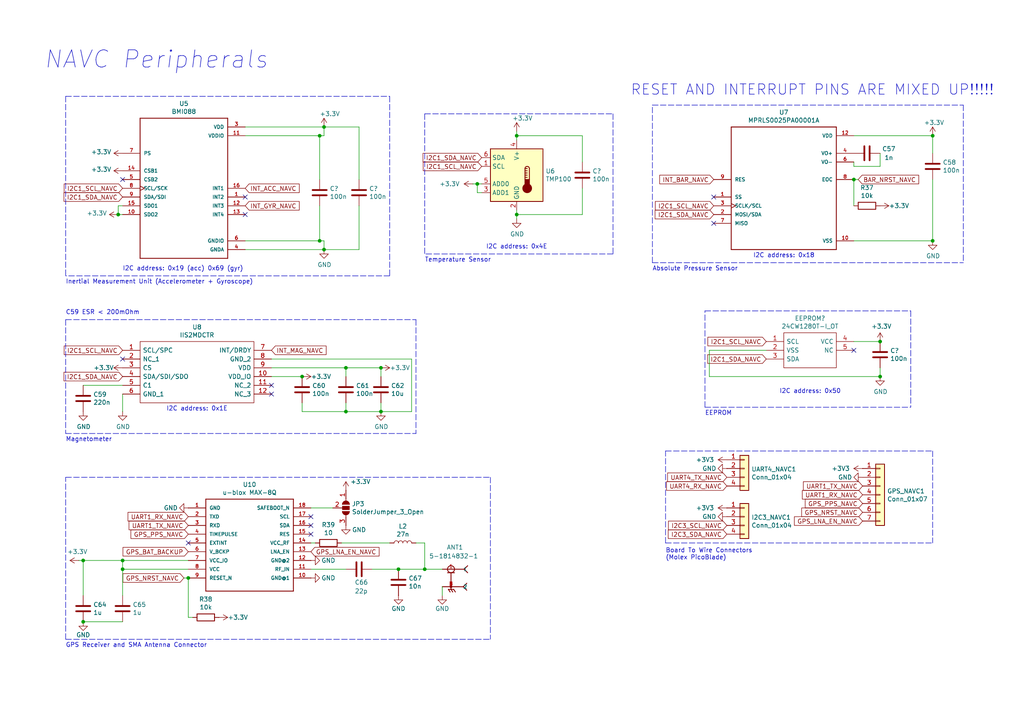
<source format=kicad_sch>
(kicad_sch (version 20250114) (generator "eeschema") (generator_version "9.0")
  (paper "A4")
  (title_block (title "NAVC Peripherals") (date "2019-10-27") (rev "0.1"))
  (lib_symbols
    (symbol "24CW1280T-I_OT:24CW1280T-I_OT" (pin_names (offset 0.762))
      (property "Reference" "IC" (at 21.59 7.62 0))
      (property "Value" "24CW1280T-I_OT" (at 21.59 5.08 0))
      (symbol "24CW1280T-I_OT_0_0"
        (pin bidirectional line (at 0 0 0) (length 5.08) (name "SCL") (number "1"))
        (pin bidirectional line (at 0 -2.54 0) (length 5.08) (name "VSS") (number "2"))
        (pin bidirectional line (at 0 -5.08 0) (length 5.08) (name "SDA") (number "3"))
        (pin bidirectional line (at 25.4 0 180) (length 5.08) (name "VCC") (number "4"))
        (pin bidirectional line (at 25.4 -2.54 180) (length 5.08) (name "NC") (number "5"))
      )
    )
    (symbol "5-1814832-1:5-1814832-1" (pin_names (offset 1.016))
      (property "Reference" "J" (at -3.81 4.064 0))
      (property "Value" "5-1814832-1" (at -4.318 -5.588 0))
      (symbol "5-1814832-1_0_0"
        (pin passive line (at 2.54 2.54 180) (length 5.08) (name "1") (number "1"))
        (pin passive line (at 2.54 -2.54 180) (length 5.08) (name "2") (number "2"))
        (pin passive line (at 2.54 -2.54 180) (length 5.08) (name "2") (number "3"))
        (pin passive line (at 2.54 -2.54 180) (length 5.08) (name "2") (number "4"))
        (pin passive line (at 2.54 -2.54 180) (length 5.08) (name "2") (number "5"))
      )
    )
    (symbol "5-1814832-1_1" (pin_names (offset 1.016))
      (property "Reference" "J" (at -3.81 4.064 0))
      (property "Value" "5-1814832-1" (at -4.318 -5.588 0))
      (symbol "5-1814832-1_1_0_0"
        (pin passive line (at 2.54 2.54 180) (length 5.08) (name "1") (number "1"))
        (pin passive line (at 2.54 -2.54 180) (length 5.08) (name "2") (number "2"))
        (pin passive line (at 2.54 -2.54 180) (length 5.08) (name "2") (number "3"))
        (pin passive line (at 2.54 -2.54 180) (length 5.08) (name "2") (number "4"))
        (pin passive line (at 2.54 -2.54 180) (length 5.08) (name "2") (number "5"))
      )
    )
    (symbol "BMI088:BMI088" (pin_names (offset 1.016))
      (property "Reference" "U" (at -12.7 20.955 0))
      (property "Value" "BMI088" (at -12.7 -22.86 0))
      (symbol "BMI088_0_0"
        (pin input line (at -17.78 10.16 0) (length 5.08) (name "PS") (number "7"))
        (pin input line (at -17.78 5.08 0) (length 5.08) (name "CSB1") (number "14"))
        (pin input line (at -17.78 2.54 0) (length 5.08) (name "CSB2") (number "5"))
        (pin input clock (at -17.78 0 0) (length 5.08) (name "SCL/SCK") (number "8"))
        (pin bidirectional line (at -17.78 -2.54 0) (length 5.08) (name "SDA/SDI") (number "9"))
        (pin output line (at -17.78 -5.08 0) (length 5.08) (name "SDO1") (number "15"))
        (pin output line (at -17.78 -7.62 0) (length 5.08) (name "SDO2") (number "10"))
        (pin power_in line (at 17.78 17.78 180) (length 5.08) (name "VDD") (number "3"))
        (pin power_in line (at 17.78 15.24 180) (length 5.08) (name "VDDIO") (number "11"))
        (pin bidirectional line (at 17.78 0 180) (length 5.08) (name "INT1") (number "16"))
        (pin bidirectional line (at 17.78 -2.54 180) (length 5.08) (name "INT2") (number "1"))
        (pin bidirectional line (at 17.78 -5.08 180) (length 5.08) (name "INT3") (number "12"))
        (pin bidirectional line (at 17.78 -7.62 180) (length 5.08) (name "INT4") (number "13"))
        (pin power_in line (at 17.78 -15.24 180) (length 5.08) (name "GNDIO") (number "6"))
        (pin power_in line (at 17.78 -17.78 180) (length 5.08) (name "GNDA") (number "4"))
      )
    )
    (symbol "BMI088_1" (pin_names (offset 1.016))
      (property "Reference" "U" (at -12.7 20.955 0))
      (property "Value" "BMI088" (at -12.7 -22.86 0))
      (symbol "BMI088_1_0_0"
        (pin input line (at -17.78 10.16 0) (length 5.08) (name "PS") (number "7"))
        (pin input line (at -17.78 5.08 0) (length 5.08) (name "CSB1") (number "14"))
        (pin input line (at -17.78 2.54 0) (length 5.08) (name "CSB2") (number "5"))
        (pin input clock (at -17.78 0 0) (length 5.08) (name "SCL/SCK") (number "8"))
        (pin bidirectional line (at -17.78 -2.54 0) (length 5.08) (name "SDA/SDI") (number "9"))
        (pin output line (at -17.78 -5.08 0) (length 5.08) (name "SDO1") (number "15"))
        (pin output line (at -17.78 -7.62 0) (length 5.08) (name "SDO2") (number "10"))
        (pin power_in line (at 17.78 17.78 180) (length 5.08) (name "VDD") (number "3"))
        (pin power_in line (at 17.78 15.24 180) (length 5.08) (name "VDDIO") (number "11"))
        (pin bidirectional line (at 17.78 0 180) (length 5.08) (name "INT1") (number "16"))
        (pin bidirectional line (at 17.78 -2.54 180) (length 5.08) (name "INT2") (number "1"))
        (pin bidirectional line (at 17.78 -5.08 180) (length 5.08) (name "INT3") (number "12"))
        (pin bidirectional line (at 17.78 -7.62 180) (length 5.08) (name "INT4") (number "13"))
        (pin power_in line (at 17.78 -15.24 180) (length 5.08) (name "GNDIO") (number "6"))
        (pin power_in line (at 17.78 -17.78 180) (length 5.08) (name "GNDA") (number "4"))
      )
    )
    (symbol "Connector_Generic:Conn_01x04" (pin_names (offset 1.016) (hide yes))
      (property "Reference" "J" (at 0 5.08 0))
      (property "Value" "Conn_01x04" (at 0 -7.62 0))
      (symbol "Conn_01x04_1_1"
        (pin passive line (at -5.08 2.54 0) (length 3.81) (name "Pin_1") (number "1"))
        (pin passive line (at -5.08 0 0) (length 3.81) (name "Pin_2") (number "2"))
        (pin passive line (at -5.08 -2.54 0) (length 3.81) (name "Pin_3") (number "3"))
        (pin passive line (at -5.08 -5.08 0) (length 3.81) (name "Pin_4") (number "4"))
      )
    )
    (symbol "Connector_Generic:Conn_01x07" (pin_names (offset 1.016) (hide yes))
      (property "Reference" "J" (at 0 10.16 0))
      (property "Value" "Conn_01x07" (at 0 -10.16 0))
      (symbol "Conn_01x07_1_1"
        (pin passive line (at -5.08 7.62 0) (length 3.81) (name "Pin_1") (number "1"))
        (pin passive line (at -5.08 5.08 0) (length 3.81) (name "Pin_2") (number "2"))
        (pin passive line (at -5.08 2.54 0) (length 3.81) (name "Pin_3") (number "3"))
        (pin passive line (at -5.08 0 0) (length 3.81) (name "Pin_4") (number "4"))
        (pin passive line (at -5.08 -2.54 0) (length 3.81) (name "Pin_5") (number "5"))
        (pin passive line (at -5.08 -5.08 0) (length 3.81) (name "Pin_6") (number "6"))
        (pin passive line (at -5.08 -7.62 0) (length 3.81) (name "Pin_7") (number "7"))
      )
    )
    (symbol "Device:C" (pin_numbers (hide yes)) (pin_names (offset 0.254))
      (property "Reference" "C" (at 0.635 2.54 0))
      (property "Value" "C" (at 0.635 -2.54 0))
      (symbol "C_1_1"
        (pin passive line (at 0 3.81 270) (length 2.794) (name "~") (number "1"))
        (pin passive line (at 0 -3.81 90) (length 2.794) (name "~") (number "2"))
      )
    )
    (symbol "Device:L" (pin_numbers (hide yes)) (pin_names (offset 1.016) (hide yes))
      (property "Reference" "L" (at -1.27 0 90))
      (property "Value" "L" (at 1.905 0 90))
      (symbol "L_1_1"
        (pin passive line (at 0 3.81 270) (length 1.27) (name "1") (number "1"))
        (pin passive line (at 0 -3.81 90) (length 1.27) (name "2") (number "2"))
      )
    )
    (symbol "Device:R" (pin_numbers (hide yes)) (pin_names (offset 0))
      (property "Reference" "R" (at 2.032 0 90))
      (property "Value" "R" (at 0 0 90))
      (symbol "R_1_1"
        (pin passive line (at 0 3.81 270) (length 1.27) (name "~") (number "1"))
        (pin passive line (at 0 -3.81 90) (length 1.27) (name "~") (number "2"))
      )
    )
    (symbol "IIS2MDCTR:IIS2MDCTR" (pin_names (offset 0.762))
      (property "Reference" "IC" (at 39.37 7.62 0))
      (property "Value" "IIS2MDCTR" (at 39.37 5.08 0))
      (symbol "IIS2MDCTR_0_0"
        (pin bidirectional line (at 0 0 0) (length 5.08) (name "SCL/SPC") (number "1"))
        (pin bidirectional line (at 0 -2.54 0) (length 5.08) (name "NC_1") (number "2"))
        (pin bidirectional line (at 0 -5.08 0) (length 5.08) (name "CS") (number "3"))
        (pin bidirectional line (at 0 -7.62 0) (length 5.08) (name "SDA/SDI/SDO") (number "4"))
        (pin bidirectional line (at 0 -10.16 0) (length 5.08) (name "C1") (number "5"))
        (pin bidirectional line (at 0 -12.7 0) (length 5.08) (name "GND_1") (number "6"))
        (pin bidirectional line (at 43.18 0 180) (length 5.08) (name "INT/DRDY") (number "7"))
        (pin bidirectional line (at 43.18 -2.54 180) (length 5.08) (name "GND_2") (number "8"))
        (pin bidirectional line (at 43.18 -5.08 180) (length 5.08) (name "VDD") (number "9"))
        (pin bidirectional line (at 43.18 -7.62 180) (length 5.08) (name "VDD_IO") (number "10"))
        (pin bidirectional line (at 43.18 -10.16 180) (length 5.08) (name "NC_2") (number "11"))
        (pin bidirectional line (at 43.18 -12.7 180) (length 5.08) (name "NC_3") (number "12"))
      )
    )
    (symbol "Jumper:SolderJumper_3_Open" (pin_names (offset 0) (hide yes)) (exclude_from_sim yes) (in_bom no)
      (property "Reference" "JP" (at -2.54 -2.54 0))
      (property "Value" "SolderJumper_3_Open" (at 0 2.794 0))
      (symbol "SolderJumper_3_Open_1_1"
        (pin passive line (at -5.08 0 0) (length 2.54) (name "A") (number "1"))
        (pin passive line (at 0 -3.81 90) (length 2.54) (name "C") (number "2"))
        (pin passive line (at 5.08 0 180) (length 2.54) (name "B") (number "3"))
      )
    )
    (symbol "MODULE-GPS-SMD-MAX-7Q-0(18P-9.6X10MM)_1" (pin_names (offset 1.016))
      (property "Reference" "GPS" (at -8.89 16.5354 0))
      (property "Value" "MODULE-GPS-SMD-MAX-7Q-0(18P-9.6X10MM)" (at -8.89 13.9954 0))
      (symbol "MODULE-GPS-SMD-MAX-7Q-0(18P-9.6X10MM)_1_0_0"
        (pin power_in line (at -17.78 10.16 0) (length 5.08) (name "GND") (number "1"))
        (pin output line (at -17.78 7.62 0) (length 5.08) (name "TXD") (number "2"))
        (pin input line (at -17.78 5.08 0) (length 5.08) (name "RXD") (number "3"))
        (pin output line (at -17.78 2.54 0) (length 5.08) (name "TIMEPULSE") (number "4"))
        (pin input line (at -17.78 0 0) (length 5.08) (name "EXTINT") (number "5"))
        (pin power_in line (at -17.78 -2.54 0) (length 5.08) (name "V_BCKP") (number "6"))
        (pin power_in line (at -17.78 -5.08 0) (length 5.08) (name "VCC_IO") (number "7"))
        (pin power_in line (at -17.78 -7.62 0) (length 5.08) (name "VCC") (number "8"))
        (pin input line (at -17.78 -10.16 0) (length 5.08) (name "RESET_N") (number "9"))
        (pin input line (at 17.78 10.16 180) (length 5.08) (name "SAFEBOOT_N") (number "18"))
        (pin bidirectional line (at 17.78 7.62 180) (length 5.08) (name "SCL") (number "17"))
        (pin bidirectional line (at 17.78 5.08 180) (length 5.08) (name "SDA") (number "16"))
        (pin bidirectional line (at 17.78 2.54 180) (length 5.08) (name "RES") (number "15"))
        (pin bidirectional line (at 17.78 0 180) (length 5.08) (name "VCC_RF") (number "14"))
        (pin input line (at 17.78 -2.54 180) (length 5.08) (name "LNA_EN") (number "13"))
        (pin bidirectional line (at 17.78 -5.08 180) (length 5.08) (name "GND@2") (number "12"))
        (pin input line (at 17.78 -7.62 180) (length 5.08) (name "RF_IN") (number "11"))
        (pin bidirectional line (at 17.78 -10.16 180) (length 5.08) (name "GND@1") (number "10"))
      )
    )
    (symbol "MODULE-GPS-SMD-MAX-7Q-0_18P-9.6X10MM_:MODULE-GPS-SMD-MAX-7Q-0(18P-9.6X10MM)" (pin_names (offset 1.016))
      (property "Reference" "GPS" (at -8.89 16.5354 0))
      (property "Value" "MODULE-GPS-SMD-MAX-7Q-0(18P-9.6X10MM)" (at -8.89 13.9954 0))
      (symbol "MODULE-GPS-SMD-MAX-7Q-0(18P-9.6X10MM)_0_0"
        (pin power_in line (at -17.78 10.16 0) (length 5.08) (name "GND") (number "1"))
        (pin output line (at -17.78 7.62 0) (length 5.08) (name "TXD") (number "2"))
        (pin input line (at -17.78 5.08 0) (length 5.08) (name "RXD") (number "3"))
        (pin output line (at -17.78 2.54 0) (length 5.08) (name "TIMEPULSE") (number "4"))
        (pin input line (at -17.78 0 0) (length 5.08) (name "EXTINT") (number "5"))
        (pin power_in line (at -17.78 -2.54 0) (length 5.08) (name "V_BCKP") (number "6"))
        (pin power_in line (at -17.78 -5.08 0) (length 5.08) (name "VCC_IO") (number "7"))
        (pin power_in line (at -17.78 -7.62 0) (length 5.08) (name "VCC") (number "8"))
        (pin input line (at -17.78 -10.16 0) (length 5.08) (name "RESET_N") (number "9"))
        (pin input line (at 17.78 10.16 180) (length 5.08) (name "SAFEBOOT_N") (number "18"))
        (pin bidirectional line (at 17.78 7.62 180) (length 5.08) (name "SCL") (number "17"))
        (pin bidirectional line (at 17.78 5.08 180) (length 5.08) (name "SDA") (number "16"))
        (pin bidirectional line (at 17.78 2.54 180) (length 5.08) (name "RES") (number "15"))
        (pin bidirectional line (at 17.78 0 180) (length 5.08) (name "VCC_RF") (number "14"))
        (pin input line (at 17.78 -2.54 180) (length 5.08) (name "LNA_EN") (number "13"))
        (pin bidirectional line (at 17.78 -5.08 180) (length 5.08) (name "GND@2") (number "12"))
        (pin input line (at 17.78 -7.62 180) (length 5.08) (name "RF_IN") (number "11"))
        (pin bidirectional line (at 17.78 -10.16 180) (length 5.08) (name "GND@1") (number "10"))
      )
    )
    (symbol "MPRLS0025PA00001A:MPRLS0025PA00001A" (pin_names (offset 1.016))
      (property "Reference" "U" (at -15.2654 17.8054 0))
      (property "Value" "MPRLS0025PA00001A" (at -15.24 -20.3454 0))
      (symbol "MPRLS0025PA00001A_0_0"
        (pin input line (at -20.32 2.54 0) (length 5.08) (name "RES") (number "9"))
        (pin input line (at -20.32 -2.54 0) (length 5.08) (name "SS") (number "1"))
        (pin input clock (at -20.32 -5.08 0) (length 5.08) (name "SCLK/SCL") (number "3"))
        (pin bidirectional line (at -20.32 -7.62 0) (length 5.08) (name "MOSI/SDA") (number "2"))
        (pin output line (at -20.32 -10.16 0) (length 5.08) (name "MISO") (number "7"))
        (pin power_in line (at 20.32 15.24 180) (length 5.08) (name "VDD") (number "12"))
        (pin output line (at 20.32 10.16 180) (length 5.08) (name "VO+") (number "4"))
        (pin output line (at 20.32 7.62 180) (length 5.08) (name "VO-") (number "6"))
        (pin output line (at 20.32 2.54 180) (length 5.08) (name "EOC") (number "8"))
        (pin power_in line (at 20.32 -15.24 180) (length 5.08) (name "VSS") (number "10"))
      )
    )
    (symbol "MPRLS0025PA00001A_1" (pin_names (offset 1.016))
      (property "Reference" "U" (at -15.2654 17.8054 0))
      (property "Value" "MPRLS0025PA00001A" (at -15.24 -20.3454 0))
      (symbol "MPRLS0025PA00001A_1_0_0"
        (pin input line (at -20.32 2.54 0) (length 5.08) (name "RES") (number "9"))
        (pin input line (at -20.32 -2.54 0) (length 5.08) (name "SS") (number "1"))
        (pin input clock (at -20.32 -5.08 0) (length 5.08) (name "SCLK/SCL") (number "3"))
        (pin bidirectional line (at -20.32 -7.62 0) (length 5.08) (name "MOSI/SDA") (number "2"))
        (pin output line (at -20.32 -10.16 0) (length 5.08) (name "MISO") (number "7"))
        (pin power_in line (at 20.32 15.24 180) (length 5.08) (name "VDD") (number "12"))
        (pin output line (at 20.32 10.16 180) (length 5.08) (name "VO+") (number "4"))
        (pin output line (at 20.32 7.62 180) (length 5.08) (name "VO-") (number "6"))
        (pin output line (at 20.32 2.54 180) (length 5.08) (name "EOC") (number "8"))
        (pin power_in line (at 20.32 -15.24 180) (length 5.08) (name "VSS") (number "10"))
      )
    )
    (symbol "Sensor_Temperature:TMP100"
      (property "Reference" "U" (at 10.16 6.35 0))
      (property "Value" "TMP100" (at 12.7 3.81 0))
      (symbol "TMP100_1_1"
        (pin bidirectional line (at -10.16 5.08 0) (length 2.54) (name "SDA") (number "6"))
        (pin input line (at -10.16 2.54 0) (length 2.54) (name "SCL") (number "1"))
        (pin input line (at -10.16 -2.54 0) (length 2.54) (name "ADD0") (number "5"))
        (pin input line (at -10.16 -5.08 0) (length 2.54) (name "ADD1") (number "3"))
        (pin power_in line (at 0 10.16 270) (length 2.54) (name "V+") (number "4"))
        (pin power_in line (at 0 -10.16 90) (length 2.54) (name "GND") (number "2"))
      )
    )
    (symbol "power:+3.3V" (power) (pin_numbers (hide yes)) (pin_names (offset 0) (hide yes))
      (property "Value" "+3.3V" (at 0 3.556 0))
      (symbol "+3.3V_1_1"
        (pin power_in line (at 0 0 90) (length 0) (name "~") (number "1"))
      )
    )
    (symbol "power:+3V3" (power) (pin_numbers (hide yes)) (pin_names (offset 0) (hide yes))
      (property "Value" "+3V3" (at 0 3.556 0))
      (symbol "+3V3_1_1"
        (pin power_in line (at 0 0 90) (length 0) (name "~") (number "1"))
      )
    )
    (symbol "power:GND" (power) (pin_numbers (hide yes)) (pin_names (offset 0) (hide yes))
      (property "Value" "GND" (at 0 -3.81 0))
      (symbol "GND_1_1"
        (pin power_in line (at 0 0 270) (length 0) (name "~") (number "1"))
      )
    )
  )
  (text "Board To Wire Connectors\n(Molex PicoBlade)" (at 193.04 162.56 0) (effects (font (size 1.27 1.27)) (justify left bottom)))
  (text "Inertial Measurement Unit (Accelerometer + Gyroscope)" (at 19.05 82.55 0) (effects (font (size 1.27 1.27)) (justify left bottom)))
  (text "C59 ESR < 200mOhm" (at 19.05 91.44 0) (effects (font (size 1.27 1.27)) (justify left bottom)))
  (text "I2C address: 0x1E" (at 48.26 119.38 0) (effects (font (size 1.27 1.27)) (justify left bottom)))
  (text "NAVC Peripherals" (at 12.7 20.32 0) (effects (font (size 5.0038 5.0038) (italic yes)) (justify left bottom)))
  (text "I2C address: 0x18" (at 218.44 74.93 0) (effects (font (size 1.27 1.27)) (justify left bottom)))
  (text "EEPROM" (at 204.47 120.65 0) (effects (font (size 1.27 1.27)) (justify left bottom)))
  (text "Temperature Sensor" (at 123.19 76.2 0) (effects (font (size 1.27 1.27)) (justify left bottom)))
  (text "I2C address: 0x19 (acc) 0x69 (gyr)" (at 35.56 78.74 0) (effects (font (size 1.27 1.27)) (justify left bottom)))
  (text "GPS Receiver and SMA Antenna Connector" (at 19.05 187.96 0) (effects (font (size 1.27 1.27)) (justify left bottom)))
  (text "I2C address: 0x4E" (at 140.97 72.39 0) (effects (font (size 1.27 1.27)) (justify left bottom)))
  (text "RESET AND INTERRUPT PINS ARE MIXED UP!!!!!" (at 182.88 27.94 0) (effects (font (size 2.9972 2.9972)) (justify left bottom)))
  (text "Magnetometer" (at 19.05 128.27 0) (effects (font (size 1.27 1.27)) (justify left bottom)))
  (text "Absolute Pressure Sensor" (at 189.23 78.74 0) (effects (font (size 1.27 1.27)) (justify left bottom)))
  (text "I2C address: 0x50" (at 226.06 114.3 0) (effects (font (size 1.27 1.27)) (justify left bottom)))
  (junction (at 100.33 119.38))
  (junction (at 255.27 99.06))
  (junction (at 270.51 39.37))
  (junction (at 24.13 180.34))
  (junction (at 149.86 62.23))
  (junction (at 247.65 52.07))
  (junction (at 35.56 165.1))
  (junction (at 54.61 167.64))
  (junction (at 138.43 53.34))
  (junction (at 149.86 39.37))
  (junction (at 123.19 165.1))
  (junction (at 110.49 119.38))
  (junction (at 87.63 109.22))
  (junction (at 100.33 106.68))
  (junction (at 270.51 69.85))
  (junction (at 24.13 162.56))
  (junction (at 115.57 165.1))
  (junction (at 92.71 39.37))
  (junction (at 93.98 36.83))
  (junction (at 93.98 72.39))
  (junction (at 110.49 106.68))
  (junction (at 35.56 162.56))
  (junction (at 34.29 62.23))
  (junction (at 255.27 109.22))
  (junction (at 92.71 69.85))
  (no_connect (at 207.01 57.15))
  (no_connect (at 71.12 57.15))
  (no_connect (at 78.74 114.3))
  (no_connect (at 71.12 62.23))
  (no_connect (at 90.17 152.4))
  (no_connect (at 35.56 52.07))
  (no_connect (at 247.65 101.6))
  (no_connect (at 35.56 104.14))
  (no_connect (at 207.01 64.77))
  (no_connect (at 54.61 157.48))
  (no_connect (at 90.17 149.86))
  (no_connect (at 90.17 154.94))
  (no_connect (at 78.74 111.76))
  (wire (pts (xy 115.57 165.1) (xy 123.19 165.1)))
  (wire (pts (xy 205.74 109.22) (xy 255.27 109.22)))
  (wire (pts (xy 104.14 72.39) (xy 93.98 72.39)))
  (wire (pts (xy 247.65 69.85) (xy 270.51 69.85)))
  (wire (pts (xy 100.33 109.22) (xy 100.33 106.68)))
  (wire (pts (xy 110.49 109.22) (xy 110.49 106.68)))
  (polyline (pts (xy 113.03 80.01) (xy 19.05 80.01)) (stroke (width 0) (type dash)))
  (wire (pts (xy 24.13 162.56) (xy 35.56 162.56)))
  (wire (pts (xy 87.63 116.84) (xy 87.63 119.38)))
  (wire (pts (xy 138.43 55.88) (xy 138.43 53.34)))
  (wire (pts (xy 92.71 69.85) (xy 93.98 69.85)))
  (wire (pts (xy 168.91 39.37) (xy 149.86 39.37)))
  (wire (pts (xy 90.17 147.32) (xy 96.52 147.32)))
  (wire (pts (xy 247.65 99.06) (xy 255.27 99.06)))
  (wire (pts (xy 78.74 104.14) (xy 119.38 104.14)))
  (wire (pts (xy 149.86 62.23) (xy 149.86 60.96)))
  (polyline (pts (xy 204.47 118.11) (xy 264.16 118.11)) (stroke (width 0) (type dash)))
  (wire (pts (xy 87.63 109.22) (xy 78.74 109.22)))
  (wire (pts (xy 71.12 39.37) (xy 92.71 39.37)))
  (polyline (pts (xy 177.8 33.02) (xy 177.8 73.66)) (stroke (width 0) (type dash)))
  (wire (pts (xy 35.56 162.56) (xy 54.61 162.56)))
  (polyline (pts (xy 189.23 76.2) (xy 279.4 76.2)) (stroke (width 0) (type dash)))
  (wire (pts (xy 71.12 36.83) (xy 93.98 36.83)))
  (polyline (pts (xy 19.05 27.94) (xy 113.03 27.94)) (stroke (width 0) (type dash)))
  (wire (pts (xy 270.51 39.37) (xy 247.65 39.37)))
  (wire (pts (xy 149.86 39.37) (xy 149.86 40.64)))
  (wire (pts (xy 35.56 165.1) (xy 54.61 165.1)))
  (wire (pts (xy 100.33 106.68) (xy 78.74 106.68)))
  (wire (pts (xy 247.65 59.69) (xy 247.65 52.07)))
  (wire (pts (xy 93.98 69.85) (xy 93.98 72.39)))
  (wire (pts (xy 104.14 52.07) (xy 104.14 36.83)))
  (wire (pts (xy 255.27 48.26) (xy 255.27 44.45)))
  (wire (pts (xy 92.71 39.37) (xy 93.98 39.37)))
  (wire (pts (xy 71.12 69.85) (xy 92.71 69.85)))
  (wire (pts (xy 35.56 165.1) (xy 35.56 162.56)))
  (wire (pts (xy 205.74 101.6) (xy 222.25 101.6)))
  (polyline (pts (xy 120.65 92.71) (xy 120.65 125.73)) (stroke (width 0) (type dash)))
  (wire (pts (xy 128.27 172.72) (xy 128.27 170.18)))
  (wire (pts (xy 128.27 165.1) (xy 123.19 165.1)))
  (polyline (pts (xy 113.03 27.94) (xy 113.03 80.01)) (stroke (width 0) (type dash)))
  (polyline (pts (xy 204.47 90.17) (xy 264.16 90.17)) (stroke (width 0) (type dash)))
  (polyline (pts (xy 19.05 185.42) (xy 19.05 138.43)) (stroke (width 0) (type dash)))
  (wire (pts (xy 110.49 119.38) (xy 110.49 116.84)))
  (wire (pts (xy 104.14 59.69) (xy 104.14 72.39)))
  (wire (pts (xy 270.51 52.07) (xy 270.51 69.85)))
  (polyline (pts (xy 270.51 130.81) (xy 270.51 157.48)) (stroke (width 0) (type dash)))
  (polyline (pts (xy 19.05 92.71) (xy 120.65 92.71)) (stroke (width 0) (type dash)))
  (polyline (pts (xy 193.04 130.81) (xy 270.51 130.81)) (stroke (width 0) (type dash)))
  (wire (pts (xy 247.65 48.26) (xy 255.27 48.26)))
  (wire (pts (xy 168.91 54.61) (xy 168.91 62.23)))
  (polyline (pts (xy 19.05 27.94) (xy 19.05 80.01)) (stroke (width 0) (type dash)))
  (wire (pts (xy 99.06 157.48) (xy 113.03 157.48)))
  (wire (pts (xy 91.44 157.48) (xy 90.17 157.48)))
  (wire (pts (xy 149.86 63.5) (xy 149.86 62.23)))
  (wire (pts (xy 168.91 46.99) (xy 168.91 39.37)))
  (wire (pts (xy 247.65 52.07) (xy 248.92 52.07)))
  (polyline (pts (xy 204.47 118.11) (xy 204.47 90.17)) (stroke (width 0) (type dash)))
  (polyline (pts (xy 193.04 157.48) (xy 270.51 157.48)) (stroke (width 0) (type dash)))
  (polyline (pts (xy 264.16 90.17) (xy 264.16 118.11)) (stroke (width 0) (type dash)))
  (wire (pts (xy 87.63 119.38) (xy 100.33 119.38)))
  (wire (pts (xy 110.49 106.68) (xy 100.33 106.68)))
  (wire (pts (xy 247.65 46.99) (xy 247.65 48.26)))
  (wire (pts (xy 205.74 109.22) (xy 205.74 101.6)))
  (polyline (pts (xy 19.05 92.71) (xy 19.05 125.73)) (stroke (width 0) (type dash)))
  (wire (pts (xy 92.71 59.69) (xy 92.71 69.85)))
  (wire (pts (xy 24.13 172.72) (xy 24.13 162.56)))
  (wire (pts (xy 71.12 72.39) (xy 93.98 72.39)))
  (wire (pts (xy 255.27 109.22) (xy 255.27 106.68)))
  (wire (pts (xy 92.71 52.07) (xy 92.71 39.37)))
  (wire (pts (xy 100.33 116.84) (xy 100.33 119.38)))
  (wire (pts (xy 137.16 53.34) (xy 138.43 53.34)))
  (wire (pts (xy 54.61 179.07) (xy 54.61 167.64)))
  (wire (pts (xy 34.29 59.69) (xy 35.56 59.69)))
  (wire (pts (xy 100.33 119.38) (xy 110.49 119.38)))
  (wire (pts (xy 22.86 162.56) (xy 24.13 162.56)))
  (wire (pts (xy 149.86 38.1) (xy 149.86 39.37)))
  (polyline (pts (xy 123.19 33.02) (xy 123.19 73.66)) (stroke (width 0) (type dash)))
  (wire (pts (xy 168.91 62.23) (xy 149.86 62.23)))
  (wire (pts (xy 100.33 165.1) (xy 90.17 165.1)))
  (wire (pts (xy 104.14 36.83) (xy 93.98 36.83)))
  (polyline (pts (xy 189.23 76.2) (xy 189.23 30.48)) (stroke (width 0) (type dash)))
  (wire (pts (xy 24.13 180.34) (xy 35.56 180.34)))
  (wire (pts (xy 138.43 53.34) (xy 139.7 53.34)))
  (wire (pts (xy 123.19 157.48) (xy 123.19 165.1)))
  (wire (pts (xy 54.61 179.07) (xy 55.88 179.07)))
  (polyline (pts (xy 142.24 138.43) (xy 142.24 185.42)) (stroke (width 0) (type dash)))
  (polyline (pts (xy 189.23 30.48) (xy 279.4 30.48)) (stroke (width 0) (type dash)))
  (polyline (pts (xy 279.4 30.48) (xy 279.4 76.2)) (stroke (width 0) (type dash)))
  (polyline (pts (xy 193.04 157.48) (xy 193.04 130.81)) (stroke (width 0) (type dash)))
  (wire (pts (xy 35.56 119.38) (xy 35.56 114.3)))
  (wire (pts (xy 93.98 39.37) (xy 93.98 36.83)))
  (wire (pts (xy 54.61 167.64) (xy 53.34 167.64)))
  (wire (pts (xy 139.7 55.88) (xy 138.43 55.88)))
  (polyline (pts (xy 19.05 185.42) (xy 142.24 185.42)) (stroke (width 0) (type dash)))
  (wire (pts (xy 120.65 157.48) (xy 123.19 157.48)))
  (wire (pts (xy 110.49 119.38) (xy 119.38 119.38)))
  (polyline (pts (xy 19.05 138.43) (xy 142.24 138.43)) (stroke (width 0) (type dash)))
  (wire (pts (xy 24.13 111.76) (xy 35.56 111.76)))
  (wire (pts (xy 34.29 62.23) (xy 35.56 62.23)))
  (wire (pts (xy 107.95 165.1) (xy 115.57 165.1)))
  (wire (pts (xy 34.29 59.69) (xy 34.29 62.23)))
  (polyline (pts (xy 177.8 73.66) (xy 123.19 73.66)) (stroke (width 0) (type dash)))
  (polyline (pts (xy 123.19 33.02) (xy 177.8 33.02)) (stroke (width 0) (type dash)))
  (wire (pts (xy 270.51 44.45) (xy 270.51 39.37)))
  (polyline (pts (xy 19.05 125.73) (xy 120.65 125.73)) (stroke (width 0) (type dash)))
  (wire (pts (xy 35.56 165.1) (xy 35.56 172.72)))
  (wire (pts (xy 119.38 104.14) (xy 119.38 119.38)))
  (global_label "GPS_PPS_NAVC" (shape input) (at 54.61 154.94 180) (property "Intersheetrefs" "${INTERSHEET_REFS}" (effects (hide yes))))
  (global_label "I2C3_SDA_NAVC" (shape input) (at 210.82 154.94 180) (property "Intersheetrefs" "${INTERSHEET_REFS}" (effects (hide yes))))
  (global_label "INT_ACC_NAVC" (shape input) (at 71.12 54.61 0) (property "Intersheetrefs" "${INTERSHEET_REFS}" (effects (hide yes))))
  (global_label "UART4_RX_NAVC" (shape input) (at 210.82 140.97 180) (property "Intersheetrefs" "${INTERSHEET_REFS}" (effects (hide yes))))
  (global_label "I2C1_SCL_NAVC" (shape input) (at 139.7 48.26 180) (property "Intersheetrefs" "${INTERSHEET_REFS}" (effects (hide yes))))
  (global_label "I2C1_SCL_NAVC" (shape input) (at 222.25 99.06 180) (property "Intersheetrefs" "${INTERSHEET_REFS}" (effects (hide yes))))
  (global_label "BAR_NRST_NAVC" (shape input) (at 248.92 52.07 0) (property "Intersheetrefs" "${INTERSHEET_REFS}" (effects (hide yes))))
  (global_label "UART1_RX_NAVC" (shape input) (at 54.61 149.86 180) (property "Intersheetrefs" "${INTERSHEET_REFS}" (effects (hide yes))))
  (global_label "INT_GYR_NAVC" (shape input) (at 71.12 59.69 0) (property "Intersheetrefs" "${INTERSHEET_REFS}" (effects (hide yes))))
  (global_label "I2C1_SDA_NAVC" (shape input) (at 35.56 57.15 180) (property "Intersheetrefs" "${INTERSHEET_REFS}" (effects (hide yes))))
  (global_label "I2C1_SCL_NAVC" (shape input) (at 207.01 59.69 180) (property "Intersheetrefs" "${INTERSHEET_REFS}" (effects (hide yes))))
  (global_label "UART4_TX_NAVC" (shape input) (at 210.82 138.43 180) (property "Intersheetrefs" "${INTERSHEET_REFS}" (effects (hide yes))))
  (global_label "UART1_TX_NAVC" (shape input) (at 250.19 140.97 180) (property "Intersheetrefs" "${INTERSHEET_REFS}" (effects (hide yes))))
  (global_label "GPS_NRST_NAVC" (shape input) (at 250.19 148.59 180) (property "Intersheetrefs" "${INTERSHEET_REFS}" (effects (hide yes))))
  (global_label "GPS_LNA_EN_NAVC" (shape input) (at 250.19 151.13 180) (property "Intersheetrefs" "${INTERSHEET_REFS}" (effects (hide yes))))
  (global_label "I2C1_SDA_NAVC" (shape input) (at 35.56 109.22 180) (property "Intersheetrefs" "${INTERSHEET_REFS}" (effects (hide yes))))
  (global_label "INT_BAR_NAVC" (shape input) (at 207.01 52.07 180) (property "Intersheetrefs" "${INTERSHEET_REFS}" (effects (hide yes))))
  (global_label "UART1_TX_NAVC" (shape input) (at 54.61 152.4 180) (property "Intersheetrefs" "${INTERSHEET_REFS}" (effects (hide yes))))
  (global_label "GPS_LNA_EN_NAVC" (shape input) (at 90.17 160.02 0) (property "Intersheetrefs" "${INTERSHEET_REFS}" (effects (hide yes))))
  (global_label "UART1_RX_NAVC" (shape input) (at 250.19 143.51 180) (property "Intersheetrefs" "${INTERSHEET_REFS}" (effects (hide yes))))
  (global_label "I2C1_SDA_NAVC" (shape input) (at 222.25 104.14 180) (property "Intersheetrefs" "${INTERSHEET_REFS}" (effects (hide yes))))
  (global_label "GPS_BAT_BACKUP" (shape input) (at 54.61 160.02 180) (property "Intersheetrefs" "${INTERSHEET_REFS}" (effects (hide yes))))
  (global_label "GPS_PPS_NAVC" (shape input) (at 250.19 146.05 180) (property "Intersheetrefs" "${INTERSHEET_REFS}" (effects (hide yes))))
  (global_label "GPS_NRST_NAVC" (shape input) (at 53.34 167.64 180) (property "Intersheetrefs" "${INTERSHEET_REFS}" (effects (hide yes))))
  (global_label "I2C1_SDA_NAVC" (shape input) (at 207.01 62.23 180) (property "Intersheetrefs" "${INTERSHEET_REFS}" (effects (hide yes))))
  (global_label "I2C3_SCL_NAVC" (shape input) (at 210.82 152.4 180) (property "Intersheetrefs" "${INTERSHEET_REFS}" (effects (hide yes))))
  (global_label "INT_MAG_NAVC" (shape input) (at 78.74 101.6 0) (property "Intersheetrefs" "${INTERSHEET_REFS}" (effects (hide yes))))
  (global_label "I2C1_SCL_NAVC" (shape input) (at 35.56 54.61 180) (property "Intersheetrefs" "${INTERSHEET_REFS}" (effects (hide yes))))
  (global_label "I2C1_SCL_NAVC" (shape input) (at 35.56 101.6 180) (property "Intersheetrefs" "${INTERSHEET_REFS}" (effects (hide yes))))
  (global_label "I2C1_SDA_NAVC" (shape input) (at 139.7 45.72 180) (property "Intersheetrefs" "${INTERSHEET_REFS}" (effects (hide yes))))
  (symbol (lib_id "power:GND") (at 93.98 72.39 0) (unit 1)
    (property "Reference" "#PWR0138" (effects (hide yes)))
    (property "Value" "GND" (at 94.107 76.7842 0))
    (instances (project "" (path "" (reference "#PWR?") (unit 1)) (path "" (reference "#PWR0138") (unit 1))))
  )
  (symbol (lib_id "power:+3.3V") (at 93.98 36.83 0) (unit 1)
    (property "Reference" "#PWR0137" (effects (hide yes)))
    (property "Value" "+3.3V" (at 92.71 33.02 0) (effects (justify left)))
    (instances (project "" (path "" (reference "#PWR?") (unit 1)) (path "" (reference "#PWR0137") (unit 1))))
  )
  (symbol (lib_id "Device:C") (at 92.71 55.88 0) (unit 1)
    (property "Reference" "C54" (at 95.631 54.7116 0) (effects (justify left)))
    (property "Value" "100n" (at 95.631 57.023 0) (effects (justify left)))
    (property "Footprint" "Capacitor_SMD:C_0402_1005Metric" (effects (hide yes)))
    (instances (project "" (path "" (reference "C?") (unit 1)) (path "" (reference "C54") (unit 1))))
  )
  (symbol (lib_id "power:+3.3V") (at 35.56 44.45 90) (unit 1)
    (property "Reference" "#PWR0127" (effects (hide yes)))
    (property "Value" "+3.3V" (at 32.3088 44.069 90) (effects (justify left)))
    (instances (project "" (path "" (reference "#PWR?") (unit 1)) (path "" (reference "#PWR0127") (unit 1))))
  )
  (symbol (lib_id "power:+3.3V") (at 35.56 49.53 90) (unit 1)
    (property "Reference" "#PWR0128" (effects (hide yes)))
    (property "Value" "+3.3V" (at 32.3088 49.149 90) (effects (justify left)))
    (instances (project "" (path "" (reference "#PWR?") (unit 1)) (path "" (reference "#PWR0128") (unit 1))))
  )
  (symbol (lib_id "power:+3.3V") (at 34.29 62.23 90) (unit 1)
    (property "Reference" "#PWR0126" (effects (hide yes)))
    (property "Value" "+3.3V" (at 31.0388 61.849 90) (effects (justify left)))
    (instances (project "" (path "" (reference "#PWR?") (unit 1)) (path "" (reference "#PWR0126") (unit 1))))
  )
  (symbol (lib_id "Device:C") (at 104.14 55.88 0) (unit 1)
    (property "Reference" "C55" (at 107.061 54.7116 0) (effects (justify left)))
    (property "Value" "100n" (at 107.061 57.023 0) (effects (justify left)))
    (property "Footprint" "Capacitor_SMD:C_0402_1005Metric" (effects (hide yes)))
    (instances (project "" (path "" (reference "C?") (unit 1)) (path "" (reference "C55") (unit 1))))
  )
  (symbol (lib_id "Device:C") (at 104.14 165.1 270) (unit 1)
    (property "Reference" "C66" (at 102.87 168.91 90) (effects (justify left)))
    (property "Value" "22p" (at 102.87 171.45 90) (effects (justify left)))
    (property "Footprint" "Capacitor_SMD:C_0402_1005Metric" (effects (hide yes)))
  )
  (symbol (lib_id "power:GND") (at 24.13 119.38 0) (unit 1)
    (property "Reference" "#PWR0124" (effects (hide yes)))
    (property "Value" "GND" (at 24.257 123.7742 0))
    (instances (project "" (path "" (reference "#PWR?") (unit 1)) (path "" (reference "#PWR0124") (unit 1))))
  )
  (symbol (lib_id "IIS2MDCTR:IIS2MDCTR") (at 35.56 101.6 0) (unit 1)
    (property "Reference" "U8" (at 57.15 94.869 0))
    (property "Value" "IIS2MDCTR" (at 57.15 97.1804 0))
    (property "Footprint" "IIS2MDCTR:IIS2MDCTR" (effects (hide yes)))
    (property "Datasheet" "https://www.st.com/resource/en/datasheet/iis2mdc.pdf" (effects (hide yes)))
    (property "Description" "STMICROELECTRONICS - IIS2MDCTR - MEMS MODULE, 3-AXIS MAGNETOMETER, LGA-12" (effects (hide yes)))
    (property "Height" "0.7" (effects (hide yes)))
    (property "Manufacturer_Name" "STMicroelectronics" (effects (hide yes)))
    (property "Manufacturer_Part_Number" "IIS2MDCTR" (effects (hide yes)))
    (property "Mouser Part Number" "511-IIS2MDCTR" (effects (hide yes)))
    (property "Mouser Price/Stock" "https://www.mouser.com/Search/Refine.aspx?Keyword=511-IIS2MDCTR" (effects (hide yes)))
  )
  (symbol (lib_name "BMI088_1") (lib_id "BMI088:BMI088") (at 53.34 54.61 0) (unit 1)
    (property "Reference" "U5" (at 53.34 30.0482 0))
    (property "Value" "BMI088" (at 53.34 32.3596 0))
    (property "Footprint" "BMI088:PQFN50P450X300X100-16N" (effects (hide yes)))
    (property "Field4" "None" (effects (hide yes)))
    (property "Field5" "VFLGA-16 Bosch Sensortec" (effects (hide yes)))
    (property "Field6" "Bosch Sensortec" (effects (hide yes)))
    (property "Field7" "High-performance 6-axis inertial sensor _accelerometer + gyroscope_" (effects (hide yes)))
    (property "Field8" "Unavailable" (effects (hide yes)))
  )
  (symbol (lib_id "Sensor_Temperature:TMP100") (at 149.86 50.8 0) (unit 1)
    (property "Reference" "U6" (at 158.242 49.6316 0) (effects (justify left)))
    (property "Value" "TMP100" (at 158.242 51.943 0) (effects (justify left)))
    (property "Footprint" "Package_TO_SOT_SMD:SOT-23-6" (effects (hide yes)))
    (property "Datasheet" "http://www.ti.com/lit/gpn/tmp100" (effects (hide yes)))
  )
  (symbol (lib_id "power:+3.3V") (at 137.16 53.34 90) (unit 1)
    (property "Reference" "#PWR0145" (effects (hide yes)))
    (property "Value" "+3.3V" (at 133.35 53.34 90) (effects (justify left)))
    (instances (project "" (path "" (reference "#PWR?") (unit 1)) (path "" (reference "#PWR0145") (unit 1))))
  )
  (symbol (lib_id "power:GND") (at 149.86 63.5 0) (unit 1)
    (property "Reference" "#PWR0147" (effects (hide yes)))
    (property "Value" "GND" (at 149.987 67.8942 0))
    (instances (project "" (path "" (reference "#PWR?") (unit 1)) (path "" (reference "#PWR0147") (unit 1))))
  )
  (symbol (lib_id "power:+3.3V") (at 149.86 38.1 0) (unit 1)
    (property "Reference" "#PWR0146" (effects (hide yes)))
    (property "Value" "+3.3V" (at 148.59 34.29 0) (effects (justify left)))
    (instances (project "" (path "" (reference "#PWR?") (unit 1)) (path "" (reference "#PWR0146") (unit 1))))
  )
  (symbol (lib_id "Device:C") (at 168.91 50.8 0) (unit 1)
    (property "Reference" "C56" (at 171.831 49.6316 0) (effects (justify left)))
    (property "Value" "100n" (at 171.831 51.943 0) (effects (justify left)))
    (property "Footprint" "Capacitor_SMD:C_0402_1005Metric" (effects (hide yes)))
    (instances (project "" (path "" (reference "C?") (unit 1)) (path "" (reference "C56") (unit 1))))
  )
  (symbol (lib_id "24CW1280T-I_OT:24CW1280T-I_OT") (at 222.25 99.06 0) (unit 1)
    (property "Reference" "U9" (at 234.95 92.329 0))
    (property "Value" "24CW1280T-I_OT" (at 234.95 94.6404 0))
    (property "Footprint" "24CW1280T-I_OT:SOT95P280X145-5N" (effects (hide yes)))
    (property "Datasheet" "http://ww1.microchip.com/downloads/en/DeviceDoc/24CW16X-24CW32X-24CW64X-24CW128X-Data-Sheet-20005772B.pdf" (effects (hide yes)))
    (property "Description" "MICROCHIP - 24CW1280T-I/OT - EEPROM, 128KBIT, -40 TO 85DEG C" (effects (hide yes)))
    (property "Height" "1.45" (effects (hide yes)))
    (property "Manufacturer_Name" "Microchip" (effects (hide yes)))
    (property "Manufacturer_Part_Number" "24CW1280T-I/OT" (effects (hide yes)))
    (property "Mouser Part Number" "579-24CW1280T-I/OT" (effects (hide yes)))
    (property "Mouser Price/Stock" "https://www.mouser.com/Search/Refine.aspx?Keyword=579-24CW1280T-I%2FOT" (effects (hide yes)))
    (property "RS Part Number" "1871851" (effects (hide yes)))
    (property "RS Price/Stock" "http://uk.rs-online.com/web/p/products/1871851" (effects (hide yes)))
    (instances (project "" (path "" (reference "EEPROM?") (unit 1)) (path "" (reference "EEPROM?") (unit 1)) (path "" (reference "U9") (unit 1)) (path "" (reference "EEPROM?") (unit 1))))
  )
  (symbol (lib_id "Device:C") (at 255.27 102.87 0) (unit 1)
    (property "Reference" "C63" (at 258.191 101.7016 0) (effects (justify left)))
    (property "Value" "100n" (at 258.191 104.013 0) (effects (justify left)))
    (property "Footprint" "Capacitor_SMD:C_0402_1005Metric" (effects (hide yes)))
    (instances (project "" (path "" (reference "C?") (unit 1)) (path "" (reference "C?") (unit 1)) (path "" (reference "C63") (unit 1)) (path "" (reference "C?") (unit 1))))
  )
  (symbol (lib_id "power:+3.3V") (at 255.27 99.06 0) (unit 1)
    (property "Reference" "#PWR0155" (effects (hide yes)))
    (property "Value" "+3.3V" (at 255.651 94.6658 0))
    (instances (project "" (path "" (reference "#PWR?") (unit 1)) (path "" (reference "#PWR?") (unit 1)) (path "" (reference "#PWR0155") (unit 1)) (path "" (reference "#PWR?") (unit 1))))
  )
  (symbol (lib_id "power:GND") (at 255.27 109.22 0) (unit 1)
    (property "Reference" "#PWR0156" (effects (hide yes)))
    (property "Value" "GND" (at 255.397 113.6142 0))
    (instances (project "" (path "" (reference "#PWR?") (unit 1)) (path "" (reference "#PWR?") (unit 1)) (path "" (reference "#PWR0156") (unit 1)) (path "" (reference "#PWR?") (unit 1))))
  )
  (symbol (lib_id "Device:C") (at 100.33 113.03 0) (unit 1)
    (property "Reference" "C61" (at 103.251 111.8616 0) (effects (justify left)))
    (property "Value" "100n" (at 103.251 114.173 0) (effects (justify left)))
    (property "Footprint" "Capacitor_SMD:C_0402_1005Metric" (effects (hide yes)))
  )
  (symbol (lib_id "Device:C") (at 110.49 113.03 0) (unit 1)
    (property "Reference" "C62" (at 113.411 111.8616 0) (effects (justify left)))
    (property "Value" "10u" (at 113.411 114.173 0) (effects (justify left)))
    (property "Footprint" "Capacitor_SMD:C_0603_1608Metric" (effects (hide yes)))
  )
  (symbol (lib_id "power:GND") (at 110.49 119.38 0) (unit 1)
    (property "Reference" "#PWR0142" (effects (hide yes)))
    (property "Value" "GND" (at 110.617 123.7742 0))
    (instances (project "" (path "" (reference "#PWR?") (unit 1)) (path "" (reference "#PWR0142") (unit 1))))
  )
  (symbol (lib_id "Device:C") (at 87.63 113.03 0) (unit 1)
    (property "Reference" "C60" (at 90.551 111.8616 0) (effects (justify left)))
    (property "Value" "100n" (at 90.551 114.173 0) (effects (justify left)))
    (property "Footprint" "Capacitor_SMD:C_0402_1005Metric" (effects (hide yes)))
  )
  (symbol (lib_id "Device:C") (at 24.13 115.57 0) (unit 1)
    (property "Reference" "C59" (at 27.051 114.4016 0) (effects (justify left)))
    (property "Value" "220n" (at 27.051 116.713 0) (effects (justify left)))
    (property "Footprint" "Capacitor_SMD:C_0603_1608Metric" (effects (hide yes)))
  )
  (symbol (lib_id "power:GND") (at 35.56 119.38 0) (unit 1)
    (property "Reference" "#PWR0131" (effects (hide yes)))
    (property "Value" "GND" (at 35.687 123.7742 0))
    (instances (project "" (path "" (reference "#PWR?") (unit 1)) (path "" (reference "#PWR0131") (unit 1))))
  )
  (symbol (lib_id "power:+3.3V") (at 87.63 109.22 270) (unit 1)
    (property "Reference" "#PWR0134" (effects (hide yes)))
    (property "Value" "+3.3V" (at 90.17 109.22 90) (effects (justify left)))
    (instances (project "" (path "" (reference "#PWR?") (unit 1)) (path "" (reference "#PWR0134") (unit 1))))
  )
  (symbol (lib_id "power:+3.3V") (at 110.49 106.68 270) (unit 1)
    (property "Reference" "#PWR0141" (effects (hide yes)))
    (property "Value" "+3.3V" (at 113.03 106.68 90) (effects (justify left)))
    (instances (project "" (path "" (reference "#PWR?") (unit 1)) (path "" (reference "#PWR0141") (unit 1))))
  )
  (symbol (lib_id "power:+3.3V") (at 35.56 106.68 90) (unit 1)
    (property "Reference" "#PWR0130" (effects (hide yes)))
    (property "Value" "+3.3V" (at 33.02 106.68 90) (effects (justify left)))
    (instances (project "" (path "" (reference "#PWR?") (unit 1)) (path "" (reference "#PWR0130") (unit 1))))
  )
  (symbol (lib_id "Device:C") (at 251.46 44.45 270) (unit 1)
    (property "Reference" "C57" (at 257.81 43.18 90))
    (property "Value" "1n" (at 257.81 45.72 90))
    (property "Footprint" "Capacitor_SMD:C_0402_1005Metric" (effects (hide yes)))
  )
  (symbol (lib_id "Device:C") (at 270.51 48.26 0) (unit 1)
    (property "Reference" "C58" (at 273.431 47.0916 0) (effects (justify left)))
    (property "Value" "100n" (at 273.431 49.403 0) (effects (justify left)))
    (property "Footprint" "Capacitor_SMD:C_0402_1005Metric" (effects (hide yes)))
  )
  (symbol (lib_id "power:GND") (at 270.51 69.85 0) (unit 1)
    (property "Reference" "#PWR0158" (effects (hide yes)))
    (property "Value" "GND" (at 270.637 74.2442 0))
    (instances (project "" (path "" (reference "#PWR?") (unit 1)) (path "" (reference "#PWR0158") (unit 1))))
  )
  (symbol (lib_id "power:+3.3V") (at 270.51 39.37 0) (unit 1)
    (property "Reference" "#PWR0157" (effects (hide yes)))
    (property "Value" "+3.3V" (at 267.97 35.56 0) (effects (justify left)))
    (instances (project "" (path "" (reference "#PWR?") (unit 1)) (path "" (reference "#PWR0157") (unit 1))))
  )
  (symbol (lib_id "Device:R") (at 251.46 59.69 270) (unit 1)
    (property "Reference" "R37" (at 251.46 54.4322 90))
    (property "Value" "10k" (at 251.46 56.7436 90))
    (property "Footprint" "Resistor_SMD:R_0402_1005Metric" (effects (hide yes)))
  )
  (symbol (lib_id "power:+3.3V") (at 255.27 59.69 270) (unit 1)
    (property "Reference" "#PWR0154" (effects (hide yes)))
    (property "Value" "+3.3V" (at 257.81 59.69 90) (effects (justify left)))
    (instances (project "" (path "" (reference "#PWR?") (unit 1)) (path "" (reference "#PWR0154") (unit 1))))
  )
  (symbol (lib_name "MPRLS0025PA00001A_1") (lib_id "MPRLS0025PA00001A:MPRLS0025PA00001A") (at 227.33 54.61 0) (unit 1)
    (property "Reference" "U7" (at 227.33 32.5882 0))
    (property "Value" "MPRLS0025PA00001A" (at 227.33 34.8996 0))
    (property "Footprint" "MPRLS0025PA00001A:XDCR_MPRLS0025PA00001A" (effects (hide yes)))
    (property "Field4" "Unavailable" (effects (hide yes)))
    (property "Field5" "Pressure Sensor 0psi to 25psi Absolute 12-Pin T/R" (effects (hide yes)))
    (property "Field6" "SMD-10 Honeywell" (effects (hide yes)))
    (property "Field7" "Honeywell Sensing" (effects (hide yes)))
    (property "Field8" "None" (effects (hide yes)))
  )
  (symbol (lib_name "MODULE-GPS-SMD-MAX-7Q-0(18P-9.6X10MM)_1") (lib_id "MODULE-GPS-SMD-MAX-7Q-0_18P-9.6X10MM_:MODULE-GPS-SMD-MAX-7Q-0(18P-9.6X10MM)") (at 72.39 157.48 0) (unit 1)
    (property "Reference" "U10" (at 72.39 140.5382 0))
    (property "Value" "u-blox MAX-8Q" (at 72.39 142.8496 0))
    (property "Footprint" "MODULE-GPS-SMD-MAX-7Q-0_18P-9.6X10MM_:GPS18P-SMD-1.1-10X9.6MM" (effects (hide yes)))
    (property "Field4" "SMD-18 u-blox" (effects (hide yes)))
    (property "Field5" "SMD GPS Module;" (effects (hide yes)))
    (property "Field6" "Unavailable" (effects (hide yes)))
    (property "Field7" "MAX-7Q-0" (effects (hide yes)))
    (property "Field8" "None" (effects (hide yes)))
  )
  (symbol (lib_id "power:GND") (at 54.61 147.32 270) (unit 1)
    (property "Reference" "#PWR0132" (effects (hide yes)))
    (property "Value" "GND" (at 49.53 147.32 90))
    (instances (project "" (path "" (reference "#PWR?") (unit 1)) (path "" (reference "#PWR0132") (unit 1))))
  )
  (symbol (lib_id "power:GND") (at 90.17 162.56 90) (unit 1)
    (property "Reference" "#PWR0135" (effects (hide yes)))
    (property "Value" "GND" (at 95.25 162.56 90))
    (instances (project "" (path "" (reference "#PWR?") (unit 1)) (path "" (reference "#PWR0135") (unit 1))))
  )
  (symbol (lib_id "power:GND") (at 90.17 167.64 90) (unit 1)
    (property "Reference" "#PWR0136" (effects (hide yes)))
    (property "Value" "GND" (at 95.25 167.64 90))
    (instances (project "" (path "" (reference "#PWR?") (unit 1)) (path "" (reference "#PWR0136") (unit 1))))
  )
  (symbol (lib_id "Jumper:SolderJumper_3_Open") (at 100.33 147.32 270) (unit 1)
    (property "Reference" "JP3" (at 102.0572 146.1516 90) (effects (justify left)))
    (property "Value" "SolderJumper_3_Open" (at 102.0572 148.463 90) (effects (justify left)))
    (property "Footprint" "Jumper:SolderJumper-3_P1.3mm_Open_RoundedPad1.0x1.5mm" (effects (hide yes)))
  )
  (symbol (lib_id "power:GND") (at 100.33 152.4 0) (unit 1)
    (property "Reference" "#PWR0140" (effects (hide yes)))
    (property "Value" "GND" (at 104.14 153.67 0))
    (instances (project "" (path "" (reference "#PWR?") (unit 1)) (path "" (reference "#PWR0140") (unit 1))))
  )
  (symbol (lib_id "power:+3.3V") (at 100.33 142.24 0) (unit 1)
    (property "Reference" "#PWR0139" (effects (hide yes)))
    (property "Value" "+3.3V" (at 101.6 139.7 0) (effects (justify left)))
    (instances (project "" (path "" (reference "#PWR?") (unit 1)) (path "" (reference "#PWR0139") (unit 1))))
  )
  (symbol (lib_id "Device:L") (at 116.84 157.48 90) (unit 1)
    (property "Reference" "L2" (at 116.84 152.654 90))
    (property "Value" "27n" (at 116.84 154.9654 90))
    (property "Footprint" "Inductor_SMD:L_0402_1005Metric" (effects (hide yes)))
  )
  (symbol (lib_id "Device:C") (at 115.57 168.91 0) (unit 1)
    (property "Reference" "C67" (at 118.491 167.7416 0) (effects (justify left)))
    (property "Value" "10n" (at 118.491 170.053 0) (effects (justify left)))
    (property "Footprint" "Capacitor_SMD:C_0402_1005Metric" (effects (hide yes)))
  )
  (symbol (lib_name "5-1814832-1_1") (lib_id "5-1814832-1:5-1814832-1") (at 130.81 167.64 0) (mirror y) (unit 1)
    (property "Reference" "ANT1" (at 129.54 158.75 0) (effects (justify right)))
    (property "Value" "5-1814832-1" (at 124.46 161.29 0) (effects (justify right)))
    (property "Footprint" "5-1814832-1:TE_5-1814832-1" (effects (hide yes)))
    (property "Field4" "TE Connectivity" (effects (hide yes)))
    (property "Field5" "SMA/QMA socket 50 Ohm | TE Connectivity 518148321 _SMA/QMA socket 50 Ohm RF Connectors_." (effects (hide yes)))
    (property "Field6" "518148321" (effects (hide yes)))
    (property "Field7" "None" (effects (hide yes)))
    (property "Field8" "Unavailable" (effects (hide yes)))
    (property "Field9" "None" (effects (hide yes)))
  )
  (symbol (lib_id "power:GND") (at 128.27 172.72 0) (unit 1)
    (property "Reference" "#PWR0144" (effects (hide yes)))
    (property "Value" "GND" (at 128.27 176.53 0))
    (instances (project "" (path "" (reference "#PWR?") (unit 1)) (path "" (reference "#PWR0144") (unit 1))))
  )
  (symbol (lib_id "power:+3.3V") (at 22.86 162.56 90) (unit 1)
    (property "Reference" "#PWR0123" (effects (hide yes)))
    (property "Value" "+3.3V" (at 25.4 160.02 90) (effects (justify left)))
    (instances (project "" (path "" (reference "#PWR?") (unit 1)) (path "" (reference "#PWR0123") (unit 1))))
  )
  (symbol (lib_id "Device:C") (at 24.13 176.53 0) (unit 1)
    (property "Reference" "C64" (at 27.051 175.3616 0) (effects (justify left)))
    (property "Value" "1u" (at 27.051 177.673 0) (effects (justify left)))
    (property "Footprint" "Capacitor_SMD:C_0603_1608Metric" (effects (hide yes)))
  )
  (symbol (lib_id "Device:C") (at 35.56 176.53 0) (unit 1)
    (property "Reference" "C65" (at 38.481 175.3616 0) (effects (justify left)))
    (property "Value" "1u" (at 38.481 177.673 0) (effects (justify left)))
    (property "Footprint" "Capacitor_SMD:C_0603_1608Metric" (effects (hide yes)))
  )
  (symbol (lib_id "power:GND") (at 24.13 180.34 0) (unit 1)
    (property "Reference" "#PWR0125" (effects (hide yes)))
    (property "Value" "GND" (at 24.13 184.15 0))
    (instances (project "" (path "" (reference "#PWR?") (unit 1)) (path "" (reference "#PWR0125") (unit 1))))
  )
  (symbol (lib_id "Device:R") (at 59.69 179.07 270) (unit 1)
    (property "Reference" "R38" (at 59.69 173.8122 90))
    (property "Value" "10k" (at 59.69 176.1236 90))
    (property "Footprint" "Resistor_SMD:R_0402_1005Metric" (effects (hide yes)))
  )
  (symbol (lib_id "power:+3.3V") (at 63.5 179.07 270) (unit 1)
    (property "Reference" "#PWR0133" (effects (hide yes)))
    (property "Value" "+3.3V" (at 66.04 179.07 90) (effects (justify left)))
    (instances (project "" (path "" (reference "#PWR?") (unit 1)) (path "" (reference "#PWR0133") (unit 1))))
  )
  (symbol (lib_id "Connector_Generic:Conn_01x04") (at 215.9 135.89 0) (unit 1)
    (property "Reference" "UART4_NAVC1" (at 217.932 136.0932 0) (effects (justify left)))
    (property "Value" "Conn_01x04" (at 217.932 138.4046 0) (effects (justify left)))
    (property "Footprint" "Connector_Molex:Molex_PicoBlade_53048-0410_1x04_P1.25mm_Horizontal" (effects (hide yes)))
    (instances (project "" (path "" (reference "UART4_NAVC1") (unit 1)) (path "" (reference "ADC_FCC?") (unit 1))))
  )
  (symbol (lib_id "power:+3V3") (at 210.82 133.35 90) (unit 1)
    (property "Reference" "#PWR0148" (effects (hide yes)))
    (property "Value" "+3V3" (at 204.47 133.35 90))
    (instances (project "" (path "" (reference "#PWR?") (unit 1)) (path "" (reference "#PWR0148") (unit 1)) (path "" (reference "#PWR?") (unit 1))))
  )
  (symbol (lib_id "power:GND") (at 210.82 135.89 270) (unit 1)
    (property "Reference" "#PWR0149" (effects (hide yes)))
    (property "Value" "GND" (at 205.74 135.89 90))
    (instances (project "" (path "" (reference "#PWR?") (unit 1)) (path "" (reference "#PWR?") (unit 1)) (path "" (reference "#PWR0149") (unit 1)) (path "" (reference "#PWR?") (unit 1))))
  )
  (symbol (lib_id "Connector_Generic:Conn_01x04") (at 215.9 149.86 0) (unit 1)
    (property "Reference" "I2C3_NAVC1" (at 217.932 150.0632 0) (effects (justify left)))
    (property "Value" "Conn_01x04" (at 217.932 152.3746 0) (effects (justify left)))
    (property "Footprint" "Connector_Molex:Molex_PicoBlade_53048-0410_1x04_P1.25mm_Horizontal" (effects (hide yes)))
    (instances (project "" (path "" (reference "I2C3_NAVC1") (unit 1)) (path "" (reference "UART4_NAVC?") (unit 1))))
  )
  (symbol (lib_id "power:+3V3") (at 210.82 147.32 90) (unit 1)
    (property "Reference" "#PWR0150" (effects (hide yes)))
    (property "Value" "+3V3" (at 204.47 147.32 90))
    (instances (project "" (path "" (reference "#PWR?") (unit 1)) (path "" (reference "#PWR0150") (unit 1)) (path "" (reference "#PWR?") (unit 1))))
  )
  (symbol (lib_id "power:GND") (at 210.82 149.86 270) (unit 1)
    (property "Reference" "#PWR0151" (effects (hide yes)))
    (property "Value" "GND" (at 205.74 149.86 90))
    (instances (project "" (path "" (reference "#PWR?") (unit 1)) (path "" (reference "#PWR?") (unit 1)) (path "" (reference "#PWR0151") (unit 1)) (path "" (reference "#PWR?") (unit 1))))
  )
  (symbol (lib_id "power:GND") (at 250.19 138.43 270) (unit 1)
    (property "Reference" "#PWR0153" (effects (hide yes)))
    (property "Value" "GND" (at 245.11 138.43 90))
    (instances (project "" (path "" (reference "#PWR?") (unit 1)) (path "" (reference "#PWR?") (unit 1)) (path "" (reference "#PWR0153") (unit 1)) (path "" (reference "#PWR?") (unit 1))))
  )
  (symbol (lib_id "Connector_Generic:Conn_01x07") (at 255.27 143.51 0) (unit 1)
    (property "Reference" "GPS_NAVC1" (at 257.302 142.4432 0) (effects (justify left)))
    (property "Value" "Conn_01x07" (at 257.302 144.7546 0) (effects (justify left)))
    (property "Footprint" "Connector_Molex:Molex_PicoBlade_53048-0710_1x07_P1.25mm_Horizontal" (effects (hide yes)))
  )
  (symbol (lib_id "power:+3V3") (at 250.19 135.89 90) (unit 1)
    (property "Reference" "#PWR0152" (effects (hide yes)))
    (property "Value" "+3V3" (at 243.84 135.89 90))
    (instances (project "" (path "" (reference "#PWR?") (unit 1)) (path "" (reference "#PWR0152") (unit 1)) (path "" (reference "#PWR?") (unit 1))))
  )
  (symbol (lib_id "power:GND") (at 115.57 172.72 0) (unit 1)
    (property "Reference" "#PWR0143" (effects (hide yes)))
    (property "Value" "GND" (at 115.57 176.53 0))
    (instances (project "" (path "" (reference "#PWR?") (unit 1)) (path "" (reference "#PWR0143") (unit 1))))
  )
  (symbol (lib_id "Device:R") (at 95.25 157.48 270) (unit 1)
    (property "Reference" "R39" (at 95.25 152.2222 90))
    (property "Value" "10" (at 95.25 154.5336 90))
    (property "Footprint" "Resistor_SMD:R_0402_1005Metric" (effects (hide yes)))
  )
)
</source>
